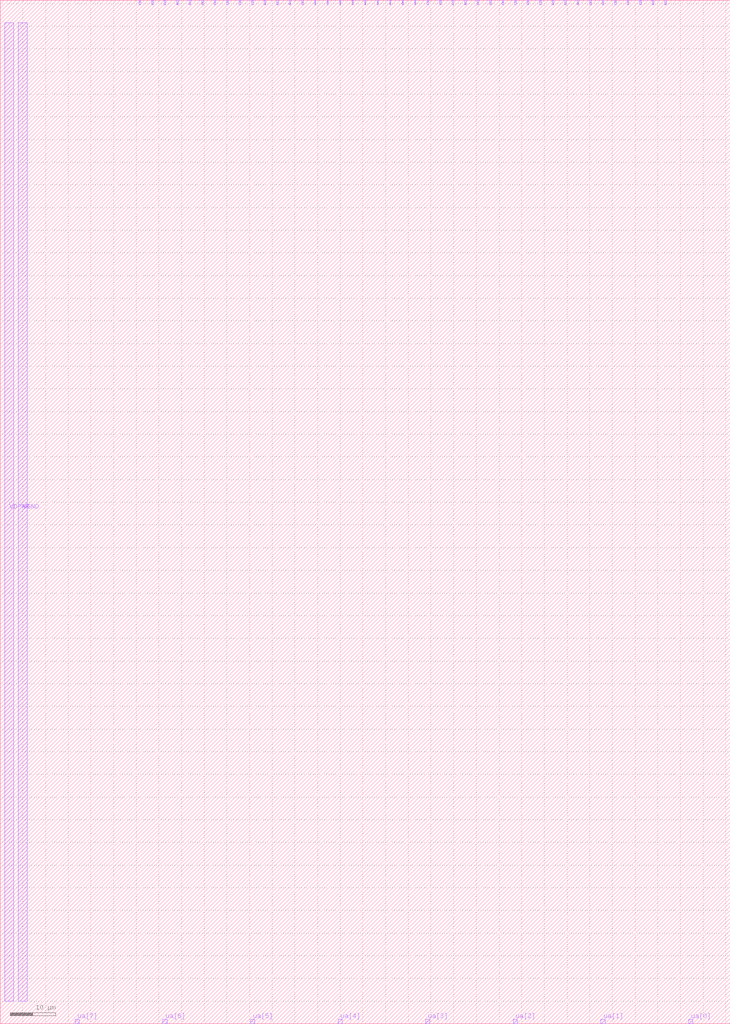
<source format=lef>
VERSION 5.7 ;
  NOWIREEXTENSIONATPIN ON ;
  DIVIDERCHAR "/" ;
  BUSBITCHARS "[]" ;
MACRO tt_um_mbkmicdec_ringosc
  CLASS BLOCK ;
  FOREIGN tt_um_mbkmicdec_ringosc ;
  ORIGIN 0.000 0.000 ;
  SIZE 161.000 BY 225.760 ;
  PIN clk
    DIRECTION INPUT ;
    USE SIGNAL ;
    PORT
      LAYER met4 ;
        RECT 143.830 224.760 144.130 225.760 ;
    END
  END clk
  PIN ena
    DIRECTION INPUT ;
    USE SIGNAL ;
    PORT
      LAYER met4 ;
        RECT 146.590 224.760 146.890 225.760 ;
    END
  END ena
  PIN rst_n
    DIRECTION INPUT ;
    USE SIGNAL ;
    PORT
      LAYER met4 ;
        RECT 141.070 224.760 141.370 225.760 ;
    END
  END rst_n
  PIN ua[0]
    DIRECTION INOUT ;
    USE SIGNAL ;
    PORT
      LAYER met4 ;
        RECT 151.810 0.000 152.710 1.000 ;
    END
  END ua[0]
  PIN ua[1]
    DIRECTION INOUT ;
    USE SIGNAL ;
    PORT
      LAYER met4 ;
        RECT 132.490 0.000 133.390 1.000 ;
    END
  END ua[1]
  PIN ua[2]
    DIRECTION INOUT ;
    USE SIGNAL ;
    PORT
      LAYER met4 ;
        RECT 113.170 0.000 114.070 1.000 ;
    END
  END ua[2]
  PIN ua[3]
    DIRECTION INOUT ;
    USE SIGNAL ;
    PORT
      LAYER met4 ;
        RECT 93.850 0.000 94.750 1.000 ;
    END
  END ua[3]
  PIN ua[4]
    DIRECTION INOUT ;
    USE SIGNAL ;
    PORT
      LAYER met4 ;
        RECT 74.530 0.000 75.430 1.000 ;
    END
  END ua[4]
  PIN ua[5]
    DIRECTION INOUT ;
    USE SIGNAL ;
    PORT
      LAYER met4 ;
        RECT 55.210 0.000 56.110 1.000 ;
    END
  END ua[5]
  PIN ua[6]
    DIRECTION INOUT ;
    USE SIGNAL ;
    PORT
      LAYER met4 ;
        RECT 35.890 0.000 36.790 1.000 ;
    END
  END ua[6]
  PIN ua[7]
    DIRECTION INOUT ;
    USE SIGNAL ;
    PORT
      LAYER met4 ;
        RECT 16.570 0.000 17.470 1.000 ;
    END
  END ua[7]
  PIN ui_in[0]
    DIRECTION INPUT ;
    USE SIGNAL ;
    PORT
      LAYER met4 ;
        RECT 138.310 224.760 138.610 225.760 ;
    END
  END ui_in[0]
  PIN ui_in[1]
    DIRECTION INPUT ;
    USE SIGNAL ;
    PORT
      LAYER met4 ;
        RECT 135.550 224.760 135.850 225.760 ;
    END
  END ui_in[1]
  PIN ui_in[2]
    DIRECTION INPUT ;
    USE SIGNAL ;
    PORT
      LAYER met4 ;
        RECT 132.790 224.760 133.090 225.760 ;
    END
  END ui_in[2]
  PIN ui_in[3]
    DIRECTION INPUT ;
    USE SIGNAL ;
    PORT
      LAYER met4 ;
        RECT 130.030 224.760 130.330 225.760 ;
    END
  END ui_in[3]
  PIN ui_in[4]
    DIRECTION INPUT ;
    USE SIGNAL ;
    PORT
      LAYER met4 ;
        RECT 127.270 224.760 127.570 225.760 ;
    END
  END ui_in[4]
  PIN ui_in[5]
    DIRECTION INPUT ;
    USE SIGNAL ;
    PORT
      LAYER met4 ;
        RECT 124.510 224.760 124.810 225.760 ;
    END
  END ui_in[5]
  PIN ui_in[6]
    DIRECTION INPUT ;
    USE SIGNAL ;
    PORT
      LAYER met4 ;
        RECT 121.750 224.760 122.050 225.760 ;
    END
  END ui_in[6]
  PIN ui_in[7]
    DIRECTION INPUT ;
    USE SIGNAL ;
    PORT
      LAYER met4 ;
        RECT 118.990 224.760 119.290 225.760 ;
    END
  END ui_in[7]
  PIN uio_in[0]
    DIRECTION INPUT ;
    USE SIGNAL ;
    PORT
      LAYER met4 ;
        RECT 116.230 224.760 116.530 225.760 ;
    END
  END uio_in[0]
  PIN uio_in[1]
    DIRECTION INPUT ;
    USE SIGNAL ;
    PORT
      LAYER met4 ;
        RECT 113.470 224.760 113.770 225.760 ;
    END
  END uio_in[1]
  PIN uio_in[2]
    DIRECTION INPUT ;
    USE SIGNAL ;
    PORT
      LAYER met4 ;
        RECT 110.710 224.760 111.010 225.760 ;
    END
  END uio_in[2]
  PIN uio_in[3]
    DIRECTION INPUT ;
    USE SIGNAL ;
    PORT
      LAYER met4 ;
        RECT 107.950 224.760 108.250 225.760 ;
    END
  END uio_in[3]
  PIN uio_in[4]
    DIRECTION INPUT ;
    USE SIGNAL ;
    PORT
      LAYER met4 ;
        RECT 105.190 224.760 105.490 225.760 ;
    END
  END uio_in[4]
  PIN uio_in[5]
    DIRECTION INPUT ;
    USE SIGNAL ;
    PORT
      LAYER met4 ;
        RECT 102.430 224.760 102.730 225.760 ;
    END
  END uio_in[5]
  PIN uio_in[6]
    DIRECTION INPUT ;
    USE SIGNAL ;
    PORT
      LAYER met4 ;
        RECT 99.670 224.760 99.970 225.760 ;
    END
  END uio_in[6]
  PIN uio_in[7]
    DIRECTION INPUT ;
    USE SIGNAL ;
    PORT
      LAYER met4 ;
        RECT 96.910 224.760 97.210 225.760 ;
    END
  END uio_in[7]
  PIN uio_oe[0]
    DIRECTION OUTPUT ;
    USE SIGNAL ;
    PORT
      LAYER met4 ;
        RECT 49.990 224.760 50.290 225.760 ;
    END
  END uio_oe[0]
  PIN uio_oe[1]
    DIRECTION OUTPUT ;
    USE SIGNAL ;
    PORT
      LAYER met4 ;
        RECT 47.230 224.760 47.530 225.760 ;
    END
  END uio_oe[1]
  PIN uio_oe[2]
    DIRECTION OUTPUT ;
    USE SIGNAL ;
    PORT
      LAYER met4 ;
        RECT 44.470 224.760 44.770 225.760 ;
    END
  END uio_oe[2]
  PIN uio_oe[3]
    DIRECTION OUTPUT ;
    USE SIGNAL ;
    PORT
      LAYER met4 ;
        RECT 41.710 224.760 42.010 225.760 ;
    END
  END uio_oe[3]
  PIN uio_oe[4]
    DIRECTION OUTPUT ;
    USE SIGNAL ;
    PORT
      LAYER met4 ;
        RECT 38.950 224.760 39.250 225.760 ;
    END
  END uio_oe[4]
  PIN uio_oe[5]
    DIRECTION OUTPUT ;
    USE SIGNAL ;
    PORT
      LAYER met4 ;
        RECT 36.190 224.760 36.490 225.760 ;
    END
  END uio_oe[5]
  PIN uio_oe[6]
    DIRECTION OUTPUT ;
    USE SIGNAL ;
    PORT
      LAYER met4 ;
        RECT 33.430 224.760 33.730 225.760 ;
    END
  END uio_oe[6]
  PIN uio_oe[7]
    DIRECTION OUTPUT ;
    USE SIGNAL ;
    PORT
      LAYER met4 ;
        RECT 30.670 224.760 30.970 225.760 ;
    END
  END uio_oe[7]
  PIN uio_out[0]
    DIRECTION OUTPUT ;
    USE SIGNAL ;
    PORT
      LAYER met4 ;
        RECT 72.070 224.760 72.370 225.760 ;
    END
  END uio_out[0]
  PIN uio_out[1]
    DIRECTION OUTPUT ;
    USE SIGNAL ;
    PORT
      LAYER met4 ;
        RECT 69.310 224.760 69.610 225.760 ;
    END
  END uio_out[1]
  PIN uio_out[2]
    DIRECTION OUTPUT ;
    USE SIGNAL ;
    PORT
      LAYER met4 ;
        RECT 66.550 224.760 66.850 225.760 ;
    END
  END uio_out[2]
  PIN uio_out[3]
    DIRECTION OUTPUT ;
    USE SIGNAL ;
    PORT
      LAYER met4 ;
        RECT 63.790 224.760 64.090 225.760 ;
    END
  END uio_out[3]
  PIN uio_out[4]
    DIRECTION OUTPUT ;
    USE SIGNAL ;
    PORT
      LAYER met4 ;
        RECT 61.030 224.760 61.330 225.760 ;
    END
  END uio_out[4]
  PIN uio_out[5]
    DIRECTION OUTPUT ;
    USE SIGNAL ;
    PORT
      LAYER met4 ;
        RECT 58.270 224.760 58.570 225.760 ;
    END
  END uio_out[5]
  PIN uio_out[6]
    DIRECTION OUTPUT ;
    USE SIGNAL ;
    PORT
      LAYER met4 ;
        RECT 55.510 224.760 55.810 225.760 ;
    END
  END uio_out[6]
  PIN uio_out[7]
    DIRECTION OUTPUT ;
    USE SIGNAL ;
    PORT
      LAYER met4 ;
        RECT 52.750 224.760 53.050 225.760 ;
    END
  END uio_out[7]
  PIN uo_out[0]
    DIRECTION OUTPUT ;
    USE SIGNAL ;
    PORT
      LAYER met4 ;
        RECT 94.150 224.760 94.450 225.760 ;
    END
  END uo_out[0]
  PIN uo_out[1]
    DIRECTION OUTPUT ;
    USE SIGNAL ;
    PORT
      LAYER met4 ;
        RECT 91.390 224.760 91.690 225.760 ;
    END
  END uo_out[1]
  PIN uo_out[2]
    DIRECTION OUTPUT ;
    USE SIGNAL ;
    PORT
      LAYER met4 ;
        RECT 88.630 224.760 88.930 225.760 ;
    END
  END uo_out[2]
  PIN uo_out[3]
    DIRECTION OUTPUT ;
    USE SIGNAL ;
    PORT
      LAYER met4 ;
        RECT 85.870 224.760 86.170 225.760 ;
    END
  END uo_out[3]
  PIN uo_out[4]
    DIRECTION OUTPUT ;
    USE SIGNAL ;
    PORT
      LAYER met4 ;
        RECT 83.110 224.760 83.410 225.760 ;
    END
  END uo_out[4]
  PIN uo_out[5]
    DIRECTION OUTPUT ;
    USE SIGNAL ;
    PORT
      LAYER met4 ;
        RECT 80.350 224.760 80.650 225.760 ;
    END
  END uo_out[5]
  PIN uo_out[6]
    DIRECTION OUTPUT ;
    USE SIGNAL ;
    PORT
      LAYER met4 ;
        RECT 77.590 224.760 77.890 225.760 ;
    END
  END uo_out[6]
  PIN uo_out[7]
    DIRECTION OUTPUT ;
    USE SIGNAL ;
    PORT
      LAYER met4 ;
        RECT 74.830 224.760 75.130 225.760 ;
    END
  END uo_out[7]
  PIN VDPWR
    DIRECTION INOUT ;
    USE POWER ;
    PORT
      LAYER met4 ;
        RECT 1.000 5.000 3.000 220.760 ;
    END
  END VDPWR
  PIN VGND
    DIRECTION INOUT ;
    USE GROUND ;
    PORT
      LAYER met4 ;
        RECT 4.000 5.000 6.000 220.760 ;
    END
  END VGND
END tt_um_mbkmicdec_ringosc
END LIBRARY


</source>
